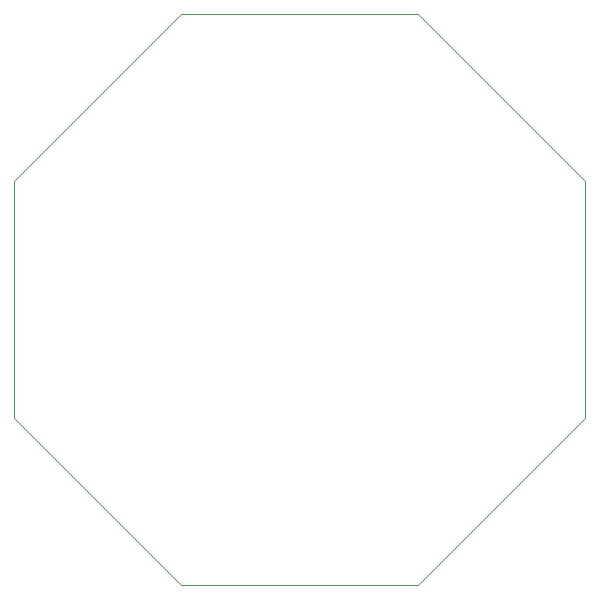
<source format=gbr>
%TF.GenerationSoftware,Altium Limited,Altium Designer,24.10.1 (45)*%
G04 Layer_Color=0*
%FSLAX45Y45*%
%MOMM*%
%TF.SameCoordinates,EEF0193C-C13F-4000-B0C4-A13F86DA6223*%
%TF.FilePolarity,Positive*%
%TF.FileFunction,Profile,NP*%
%TF.Part,Single*%
G01*
G75*
%TA.AperFunction,Profile*%
%ADD87C,0.02540*%
D87*
X-103Y1413368D02*
Y3413368D01*
X1414111Y4827581D01*
X3414111D01*
X4828324Y3413368D01*
Y1413368D01*
X3414111Y-846D01*
X1414111D01*
X-103Y1413368D01*
%TF.MD5,1918bb956d5660dc71ac7ab0dc1f25de*%
M02*

</source>
